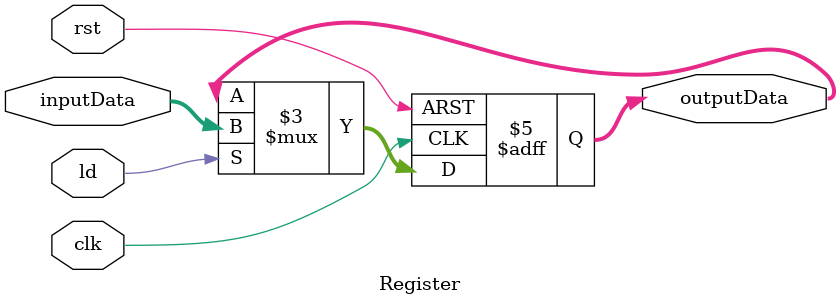
<source format=v>
`timescale 1ns/1ns
module Register (
    clk,
    rst,
    ld,
    inputData,
    outputData,
);
    parameter size = 3;

    input clk, rst;
    input ld;
    input [size-1:0]inputData;

    output reg [size - 1:0] outputData;

    always @(posedge clk, posedge rst) begin
        if(rst) begin
            outputData = {size{1'b0}};
        end

        else if (ld) begin
            outputData = inputData;
        end
        
    end

endmodule
</source>
